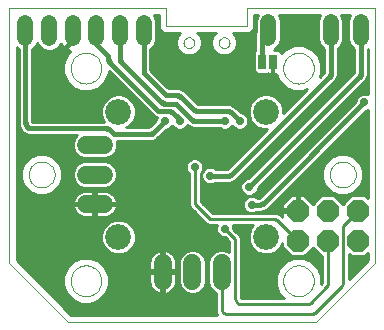
<source format=gtl>
G75*
G70*
%OFA0B0*%
%FSLAX24Y24*%
%IPPOS*%
%LPD*%
%AMOC8*
5,1,8,0,0,1.08239X$1,22.5*
%
%ADD10C,0.0000*%
%ADD11OC8,0.0740*%
%ADD12C,0.0531*%
%ADD13C,0.0860*%
%ADD14C,0.0591*%
%ADD15R,0.0250X0.0500*%
%ADD16C,0.0277*%
%ADD17C,0.0160*%
%ADD18C,0.0100*%
D10*
X000150Y002119D02*
X002119Y000150D01*
X010386Y000150D01*
X012355Y002119D01*
X012355Y010622D01*
X008063Y010622D01*
X008063Y010032D01*
X005386Y010032D01*
X005386Y010622D01*
X000150Y010622D01*
X000150Y002119D01*
X002197Y001528D02*
X002199Y001573D01*
X002205Y001617D01*
X002214Y001661D01*
X002228Y001703D01*
X002245Y001744D01*
X002266Y001784D01*
X002290Y001822D01*
X002317Y001857D01*
X002347Y001890D01*
X002380Y001920D01*
X002415Y001947D01*
X002453Y001971D01*
X002493Y001992D01*
X002534Y002009D01*
X002576Y002023D01*
X002620Y002032D01*
X002664Y002038D01*
X002709Y002040D01*
X002754Y002038D01*
X002798Y002032D01*
X002842Y002023D01*
X002884Y002009D01*
X002925Y001992D01*
X002965Y001971D01*
X003003Y001947D01*
X003038Y001920D01*
X003071Y001890D01*
X003101Y001857D01*
X003128Y001822D01*
X003152Y001784D01*
X003173Y001744D01*
X003190Y001703D01*
X003204Y001661D01*
X003213Y001617D01*
X003219Y001573D01*
X003221Y001528D01*
X003219Y001483D01*
X003213Y001439D01*
X003204Y001395D01*
X003190Y001353D01*
X003173Y001312D01*
X003152Y001272D01*
X003128Y001234D01*
X003101Y001199D01*
X003071Y001166D01*
X003038Y001136D01*
X003003Y001109D01*
X002965Y001085D01*
X002925Y001064D01*
X002884Y001047D01*
X002842Y001033D01*
X002798Y001024D01*
X002754Y001018D01*
X002709Y001016D01*
X002664Y001018D01*
X002620Y001024D01*
X002576Y001033D01*
X002534Y001047D01*
X002493Y001064D01*
X002453Y001085D01*
X002415Y001109D01*
X002380Y001136D01*
X002347Y001166D01*
X002317Y001199D01*
X002290Y001234D01*
X002266Y001272D01*
X002245Y001312D01*
X002228Y001353D01*
X002214Y001395D01*
X002205Y001439D01*
X002199Y001483D01*
X002197Y001528D01*
X000800Y005071D02*
X000802Y005112D01*
X000808Y005153D01*
X000818Y005193D01*
X000831Y005232D01*
X000848Y005269D01*
X000869Y005305D01*
X000893Y005339D01*
X000920Y005370D01*
X000949Y005398D01*
X000982Y005424D01*
X001016Y005446D01*
X001053Y005465D01*
X001091Y005480D01*
X001131Y005492D01*
X001171Y005500D01*
X001212Y005504D01*
X001254Y005504D01*
X001295Y005500D01*
X001335Y005492D01*
X001375Y005480D01*
X001413Y005465D01*
X001449Y005446D01*
X001484Y005424D01*
X001517Y005398D01*
X001546Y005370D01*
X001573Y005339D01*
X001597Y005305D01*
X001618Y005269D01*
X001635Y005232D01*
X001648Y005193D01*
X001658Y005153D01*
X001664Y005112D01*
X001666Y005071D01*
X001664Y005030D01*
X001658Y004989D01*
X001648Y004949D01*
X001635Y004910D01*
X001618Y004873D01*
X001597Y004837D01*
X001573Y004803D01*
X001546Y004772D01*
X001517Y004744D01*
X001484Y004718D01*
X001450Y004696D01*
X001413Y004677D01*
X001375Y004662D01*
X001335Y004650D01*
X001295Y004642D01*
X001254Y004638D01*
X001212Y004638D01*
X001171Y004642D01*
X001131Y004650D01*
X001091Y004662D01*
X001053Y004677D01*
X001017Y004696D01*
X000982Y004718D01*
X000949Y004744D01*
X000920Y004772D01*
X000893Y004803D01*
X000869Y004837D01*
X000848Y004873D01*
X000831Y004910D01*
X000818Y004949D01*
X000808Y004989D01*
X000802Y005030D01*
X000800Y005071D01*
X002197Y008615D02*
X002199Y008660D01*
X002205Y008704D01*
X002214Y008748D01*
X002228Y008790D01*
X002245Y008831D01*
X002266Y008871D01*
X002290Y008909D01*
X002317Y008944D01*
X002347Y008977D01*
X002380Y009007D01*
X002415Y009034D01*
X002453Y009058D01*
X002493Y009079D01*
X002534Y009096D01*
X002576Y009110D01*
X002620Y009119D01*
X002664Y009125D01*
X002709Y009127D01*
X002754Y009125D01*
X002798Y009119D01*
X002842Y009110D01*
X002884Y009096D01*
X002925Y009079D01*
X002965Y009058D01*
X003003Y009034D01*
X003038Y009007D01*
X003071Y008977D01*
X003101Y008944D01*
X003128Y008909D01*
X003152Y008871D01*
X003173Y008831D01*
X003190Y008790D01*
X003204Y008748D01*
X003213Y008704D01*
X003219Y008660D01*
X003221Y008615D01*
X003219Y008570D01*
X003213Y008526D01*
X003204Y008482D01*
X003190Y008440D01*
X003173Y008399D01*
X003152Y008359D01*
X003128Y008321D01*
X003101Y008286D01*
X003071Y008253D01*
X003038Y008223D01*
X003003Y008196D01*
X002965Y008172D01*
X002925Y008151D01*
X002884Y008134D01*
X002842Y008120D01*
X002798Y008111D01*
X002754Y008105D01*
X002709Y008103D01*
X002664Y008105D01*
X002620Y008111D01*
X002576Y008120D01*
X002534Y008134D01*
X002493Y008151D01*
X002453Y008172D01*
X002415Y008196D01*
X002380Y008223D01*
X002347Y008253D01*
X002317Y008286D01*
X002290Y008321D01*
X002266Y008359D01*
X002245Y008399D01*
X002228Y008440D01*
X002214Y008482D01*
X002205Y008526D01*
X002199Y008570D01*
X002197Y008615D01*
X005961Y009465D02*
X005963Y009491D01*
X005969Y009517D01*
X005979Y009542D01*
X005992Y009565D01*
X006008Y009585D01*
X006028Y009603D01*
X006050Y009618D01*
X006073Y009630D01*
X006099Y009638D01*
X006125Y009642D01*
X006151Y009642D01*
X006177Y009638D01*
X006203Y009630D01*
X006227Y009618D01*
X006248Y009603D01*
X006268Y009585D01*
X006284Y009565D01*
X006297Y009542D01*
X006307Y009517D01*
X006313Y009491D01*
X006315Y009465D01*
X006313Y009439D01*
X006307Y009413D01*
X006297Y009388D01*
X006284Y009365D01*
X006268Y009345D01*
X006248Y009327D01*
X006226Y009312D01*
X006203Y009300D01*
X006177Y009292D01*
X006151Y009288D01*
X006125Y009288D01*
X006099Y009292D01*
X006073Y009300D01*
X006049Y009312D01*
X006028Y009327D01*
X006008Y009345D01*
X005992Y009365D01*
X005979Y009388D01*
X005969Y009413D01*
X005963Y009439D01*
X005961Y009465D01*
X007142Y009465D02*
X007144Y009491D01*
X007150Y009517D01*
X007160Y009542D01*
X007173Y009565D01*
X007189Y009585D01*
X007209Y009603D01*
X007231Y009618D01*
X007254Y009630D01*
X007280Y009638D01*
X007306Y009642D01*
X007332Y009642D01*
X007358Y009638D01*
X007384Y009630D01*
X007408Y009618D01*
X007429Y009603D01*
X007449Y009585D01*
X007465Y009565D01*
X007478Y009542D01*
X007488Y009517D01*
X007494Y009491D01*
X007496Y009465D01*
X007494Y009439D01*
X007488Y009413D01*
X007478Y009388D01*
X007465Y009365D01*
X007449Y009345D01*
X007429Y009327D01*
X007407Y009312D01*
X007384Y009300D01*
X007358Y009292D01*
X007332Y009288D01*
X007306Y009288D01*
X007280Y009292D01*
X007254Y009300D01*
X007230Y009312D01*
X007209Y009327D01*
X007189Y009345D01*
X007173Y009365D01*
X007160Y009388D01*
X007150Y009413D01*
X007144Y009439D01*
X007142Y009465D01*
X009284Y008615D02*
X009286Y008660D01*
X009292Y008704D01*
X009301Y008748D01*
X009315Y008790D01*
X009332Y008831D01*
X009353Y008871D01*
X009377Y008909D01*
X009404Y008944D01*
X009434Y008977D01*
X009467Y009007D01*
X009502Y009034D01*
X009540Y009058D01*
X009580Y009079D01*
X009621Y009096D01*
X009663Y009110D01*
X009707Y009119D01*
X009751Y009125D01*
X009796Y009127D01*
X009841Y009125D01*
X009885Y009119D01*
X009929Y009110D01*
X009971Y009096D01*
X010012Y009079D01*
X010052Y009058D01*
X010090Y009034D01*
X010125Y009007D01*
X010158Y008977D01*
X010188Y008944D01*
X010215Y008909D01*
X010239Y008871D01*
X010260Y008831D01*
X010277Y008790D01*
X010291Y008748D01*
X010300Y008704D01*
X010306Y008660D01*
X010308Y008615D01*
X010306Y008570D01*
X010300Y008526D01*
X010291Y008482D01*
X010277Y008440D01*
X010260Y008399D01*
X010239Y008359D01*
X010215Y008321D01*
X010188Y008286D01*
X010158Y008253D01*
X010125Y008223D01*
X010090Y008196D01*
X010052Y008172D01*
X010012Y008151D01*
X009971Y008134D01*
X009929Y008120D01*
X009885Y008111D01*
X009841Y008105D01*
X009796Y008103D01*
X009751Y008105D01*
X009707Y008111D01*
X009663Y008120D01*
X009621Y008134D01*
X009580Y008151D01*
X009540Y008172D01*
X009502Y008196D01*
X009467Y008223D01*
X009434Y008253D01*
X009404Y008286D01*
X009377Y008321D01*
X009353Y008359D01*
X009332Y008399D01*
X009315Y008440D01*
X009301Y008482D01*
X009292Y008526D01*
X009286Y008570D01*
X009284Y008615D01*
X010839Y005071D02*
X010841Y005112D01*
X010847Y005153D01*
X010857Y005193D01*
X010870Y005232D01*
X010887Y005269D01*
X010908Y005305D01*
X010932Y005339D01*
X010959Y005370D01*
X010988Y005398D01*
X011021Y005424D01*
X011055Y005446D01*
X011092Y005465D01*
X011130Y005480D01*
X011170Y005492D01*
X011210Y005500D01*
X011251Y005504D01*
X011293Y005504D01*
X011334Y005500D01*
X011374Y005492D01*
X011414Y005480D01*
X011452Y005465D01*
X011488Y005446D01*
X011523Y005424D01*
X011556Y005398D01*
X011585Y005370D01*
X011612Y005339D01*
X011636Y005305D01*
X011657Y005269D01*
X011674Y005232D01*
X011687Y005193D01*
X011697Y005153D01*
X011703Y005112D01*
X011705Y005071D01*
X011703Y005030D01*
X011697Y004989D01*
X011687Y004949D01*
X011674Y004910D01*
X011657Y004873D01*
X011636Y004837D01*
X011612Y004803D01*
X011585Y004772D01*
X011556Y004744D01*
X011523Y004718D01*
X011489Y004696D01*
X011452Y004677D01*
X011414Y004662D01*
X011374Y004650D01*
X011334Y004642D01*
X011293Y004638D01*
X011251Y004638D01*
X011210Y004642D01*
X011170Y004650D01*
X011130Y004662D01*
X011092Y004677D01*
X011056Y004696D01*
X011021Y004718D01*
X010988Y004744D01*
X010959Y004772D01*
X010932Y004803D01*
X010908Y004837D01*
X010887Y004873D01*
X010870Y004910D01*
X010857Y004949D01*
X010847Y004989D01*
X010841Y005030D01*
X010839Y005071D01*
X009284Y001528D02*
X009286Y001573D01*
X009292Y001617D01*
X009301Y001661D01*
X009315Y001703D01*
X009332Y001744D01*
X009353Y001784D01*
X009377Y001822D01*
X009404Y001857D01*
X009434Y001890D01*
X009467Y001920D01*
X009502Y001947D01*
X009540Y001971D01*
X009580Y001992D01*
X009621Y002009D01*
X009663Y002023D01*
X009707Y002032D01*
X009751Y002038D01*
X009796Y002040D01*
X009841Y002038D01*
X009885Y002032D01*
X009929Y002023D01*
X009971Y002009D01*
X010012Y001992D01*
X010052Y001971D01*
X010090Y001947D01*
X010125Y001920D01*
X010158Y001890D01*
X010188Y001857D01*
X010215Y001822D01*
X010239Y001784D01*
X010260Y001744D01*
X010277Y001703D01*
X010291Y001661D01*
X010300Y001617D01*
X010306Y001573D01*
X010308Y001528D01*
X010306Y001483D01*
X010300Y001439D01*
X010291Y001395D01*
X010277Y001353D01*
X010260Y001312D01*
X010239Y001272D01*
X010215Y001234D01*
X010188Y001199D01*
X010158Y001166D01*
X010125Y001136D01*
X010090Y001109D01*
X010052Y001085D01*
X010012Y001064D01*
X009971Y001047D01*
X009929Y001033D01*
X009885Y001024D01*
X009841Y001018D01*
X009796Y001016D01*
X009751Y001018D01*
X009707Y001024D01*
X009663Y001033D01*
X009621Y001047D01*
X009580Y001064D01*
X009540Y001085D01*
X009502Y001109D01*
X009467Y001136D01*
X009434Y001166D01*
X009404Y001199D01*
X009377Y001234D01*
X009353Y001272D01*
X009332Y001312D01*
X009315Y001353D01*
X009301Y001395D01*
X009292Y001439D01*
X009286Y001483D01*
X009284Y001528D01*
D11*
X009776Y002867D03*
X010776Y002867D03*
X011776Y002867D03*
X011776Y003867D03*
X010776Y003867D03*
X009776Y003867D03*
D12*
X008784Y009609D02*
X008784Y010140D01*
X010870Y010140D02*
X010870Y009609D01*
X011870Y009609D02*
X011870Y010140D01*
X004630Y010136D02*
X004630Y009605D01*
X003843Y009605D02*
X003843Y010136D01*
X003056Y010136D02*
X003056Y009605D01*
X002268Y009605D02*
X002268Y010136D01*
X001481Y010136D02*
X001481Y009605D01*
X000693Y009605D02*
X000693Y010136D01*
D13*
X003792Y007158D03*
X003792Y002985D03*
X008713Y002985D03*
X008713Y007158D03*
D14*
X003300Y006056D02*
X002709Y006056D01*
X002709Y005071D02*
X003300Y005071D01*
X003300Y004087D02*
X002709Y004087D01*
X005268Y002119D02*
X005268Y001528D01*
X006252Y001528D02*
X006252Y002119D01*
X007237Y002119D02*
X007237Y001528D01*
D15*
X008582Y008837D03*
X008937Y008837D03*
D16*
X008516Y008244D03*
X007831Y006851D03*
X007331Y006851D03*
X005831Y006851D03*
X005331Y006855D03*
X006292Y008142D03*
X008556Y005563D03*
X008150Y004650D03*
X008231Y004067D03*
X007331Y003268D03*
X008516Y001863D03*
X011685Y001961D03*
X011587Y005859D03*
X010579Y006587D03*
X010048Y007052D03*
X011993Y007481D03*
X011374Y009048D03*
X009973Y010233D03*
X007229Y005386D03*
X006843Y005032D03*
X006331Y005323D03*
X005839Y005071D03*
X005004Y005091D03*
X004453Y004737D03*
X001370Y001863D03*
X004126Y000839D03*
X001075Y007040D03*
X001754Y009048D03*
D17*
X002210Y009504D01*
X002268Y009643D02*
X002268Y009870D01*
X002268Y009643D02*
X002266Y009617D01*
X002261Y009592D01*
X002253Y009568D01*
X002242Y009544D01*
X002227Y009523D01*
X002210Y009504D01*
X003056Y009410D02*
X003399Y009066D01*
X003416Y009047D01*
X003431Y009026D01*
X003442Y009002D01*
X003450Y008978D01*
X003455Y008953D01*
X003457Y008927D01*
X003511Y008797D02*
X005073Y007235D01*
X005212Y007178D02*
X005482Y007178D01*
X005620Y007434D02*
X005646Y007432D01*
X005671Y007427D01*
X005695Y007419D01*
X005719Y007408D01*
X005740Y007393D01*
X005759Y007376D01*
X006226Y006908D01*
X006365Y006851D02*
X007331Y006851D01*
X007403Y007197D02*
X007429Y007195D01*
X007454Y007190D01*
X007478Y007182D01*
X007502Y007171D01*
X007523Y007156D01*
X007542Y007139D01*
X007542Y007140D02*
X007831Y006851D01*
X007403Y007197D02*
X006413Y007197D01*
X006273Y007255D02*
X005877Y007651D01*
X005738Y007709D02*
X005468Y007709D01*
X005350Y007433D02*
X005324Y007435D01*
X005299Y007440D01*
X005275Y007448D01*
X005251Y007459D01*
X005230Y007474D01*
X005211Y007491D01*
X005210Y007491D02*
X003901Y008801D01*
X003843Y008940D02*
X003843Y009870D01*
X003056Y009870D02*
X003056Y009410D01*
X003457Y008927D02*
X003459Y008903D01*
X003463Y008880D01*
X003471Y008857D01*
X003482Y008835D01*
X003495Y008816D01*
X003511Y008798D01*
X003843Y008940D02*
X003845Y008914D01*
X003850Y008889D01*
X003858Y008865D01*
X003869Y008841D01*
X003884Y008820D01*
X003901Y008801D01*
X004630Y008546D02*
X004630Y009870D01*
X004630Y008546D02*
X004632Y008520D01*
X004637Y008495D01*
X004645Y008471D01*
X004656Y008447D01*
X004671Y008426D01*
X004688Y008407D01*
X005329Y007767D01*
X005348Y007750D01*
X005369Y007735D01*
X005393Y007724D01*
X005417Y007716D01*
X005442Y007711D01*
X005468Y007709D01*
X005738Y007709D02*
X005764Y007707D01*
X005789Y007702D01*
X005813Y007694D01*
X005837Y007683D01*
X005858Y007668D01*
X005877Y007651D01*
X005620Y007433D02*
X005350Y007433D01*
X005212Y007177D02*
X005186Y007179D01*
X005161Y007184D01*
X005137Y007192D01*
X005113Y007203D01*
X005092Y007218D01*
X005073Y007235D01*
X005331Y006855D02*
X004944Y006467D01*
X004805Y006410D02*
X003735Y006410D01*
X003596Y006467D02*
X003515Y006549D01*
X003596Y006468D02*
X003615Y006451D01*
X003636Y006436D01*
X003660Y006425D01*
X003684Y006417D01*
X003709Y006412D01*
X003735Y006410D01*
X003515Y006549D02*
X003496Y006566D01*
X003475Y006581D01*
X003451Y006592D01*
X003427Y006600D01*
X003402Y006605D01*
X003376Y006607D01*
X000890Y006607D01*
X000864Y006609D01*
X000839Y006614D01*
X000815Y006622D01*
X000791Y006633D01*
X000770Y006648D01*
X000751Y006665D01*
X000734Y006684D01*
X000719Y006706D01*
X000708Y006729D01*
X000700Y006753D01*
X000695Y006778D01*
X000693Y006804D01*
X000693Y009870D01*
X004805Y006410D02*
X004831Y006412D01*
X004856Y006417D01*
X004880Y006425D01*
X004904Y006436D01*
X004925Y006451D01*
X004944Y006468D01*
X005482Y007178D02*
X005508Y007176D01*
X005533Y007171D01*
X005557Y007163D01*
X005581Y007152D01*
X005602Y007137D01*
X005621Y007120D01*
X005831Y006910D01*
X005831Y006851D01*
X006226Y006909D02*
X006245Y006892D01*
X006266Y006877D01*
X006290Y006866D01*
X006314Y006858D01*
X006339Y006853D01*
X006365Y006851D01*
X006413Y007197D02*
X006387Y007199D01*
X006362Y007204D01*
X006338Y007212D01*
X006314Y007223D01*
X006293Y007238D01*
X006274Y007255D01*
X007450Y005032D02*
X007476Y005034D01*
X007501Y005039D01*
X007525Y005047D01*
X007549Y005058D01*
X007570Y005073D01*
X007589Y005090D01*
X007590Y005090D02*
X010813Y008313D01*
X010870Y008452D02*
X010870Y009874D01*
X011870Y009874D02*
X011870Y008452D01*
X011813Y008313D02*
X008150Y004650D01*
X008498Y004067D02*
X008524Y004069D01*
X008549Y004074D01*
X008573Y004082D01*
X008597Y004093D01*
X008618Y004108D01*
X008637Y004125D01*
X011993Y007481D01*
X011813Y008313D02*
X011830Y008332D01*
X011845Y008353D01*
X011856Y008377D01*
X011864Y008401D01*
X011869Y008426D01*
X011871Y008452D01*
X010871Y008452D02*
X010869Y008426D01*
X010864Y008401D01*
X010856Y008377D01*
X010845Y008353D01*
X010830Y008332D01*
X010813Y008313D01*
X008779Y009875D02*
X008753Y009873D01*
X008728Y009868D01*
X008704Y009860D01*
X008681Y009849D01*
X008659Y009834D01*
X008640Y009817D01*
X008623Y009798D01*
X008608Y009777D01*
X008597Y009753D01*
X008589Y009729D01*
X008584Y009704D01*
X008582Y009678D01*
X008582Y008837D01*
X008779Y009874D02*
X008784Y009874D01*
X007450Y005032D02*
X006843Y005032D01*
X008231Y004067D02*
X008498Y004067D01*
X008422Y004067D02*
X008231Y004067D01*
X008419Y004067D01*
D18*
X002006Y001234D02*
X001389Y001234D01*
X001290Y001332D02*
X001966Y001332D01*
X001947Y001376D02*
X002063Y001096D01*
X002278Y000882D01*
X002558Y000766D01*
X002861Y000766D01*
X003141Y000882D01*
X003355Y001096D01*
X003471Y001376D01*
X003471Y001679D01*
X003355Y001959D01*
X003141Y002174D01*
X002861Y002290D01*
X002558Y002290D01*
X002278Y002174D01*
X002063Y001959D01*
X001947Y001679D01*
X001947Y001376D01*
X001947Y001431D02*
X001192Y001431D01*
X001093Y001529D02*
X001947Y001529D01*
X001947Y001628D02*
X000995Y001628D01*
X000896Y001726D02*
X001967Y001726D01*
X002007Y001825D02*
X000798Y001825D01*
X000699Y001923D02*
X002048Y001923D01*
X002125Y002022D02*
X000601Y002022D01*
X000502Y002120D02*
X002224Y002120D01*
X002385Y002219D02*
X000404Y002219D01*
X000400Y002222D02*
X000400Y009310D01*
X000458Y009252D01*
X000463Y009250D01*
X000463Y006689D01*
X000578Y006491D01*
X000776Y006377D01*
X002401Y006377D01*
X002332Y006308D01*
X002264Y006144D01*
X002264Y005967D01*
X002332Y005803D01*
X002457Y005678D01*
X002620Y005610D01*
X003388Y005610D01*
X003552Y005678D01*
X003677Y005803D01*
X003745Y005967D01*
X003745Y006144D01*
X003730Y006180D01*
X004900Y006180D01*
X004907Y006187D01*
X005029Y006237D01*
X005039Y006237D01*
X005046Y006245D01*
X005046Y006245D01*
X005107Y006305D01*
X005173Y006371D01*
X005368Y006566D01*
X005389Y006566D01*
X005495Y006610D01*
X005576Y006691D01*
X005580Y006702D01*
X005586Y006687D01*
X005668Y006606D01*
X005774Y006562D01*
X005889Y006562D01*
X005995Y006606D01*
X006076Y006687D01*
X006089Y006720D01*
X006124Y006686D01*
X006131Y006678D01*
X006141Y006678D01*
X006263Y006628D01*
X006270Y006621D01*
X007153Y006621D01*
X007168Y006606D01*
X007274Y006562D01*
X007389Y006562D01*
X007495Y006606D01*
X007576Y006687D01*
X007581Y006700D01*
X007586Y006687D01*
X007668Y006606D01*
X007774Y006562D01*
X007889Y006562D01*
X007995Y006606D01*
X008076Y006687D01*
X008120Y006793D01*
X008120Y006908D01*
X008076Y007014D01*
X007995Y007096D01*
X007889Y007140D01*
X007868Y007140D01*
X007767Y007240D01*
X007705Y007302D01*
X007645Y007362D01*
X007645Y007362D01*
X007638Y007370D01*
X007627Y007370D01*
X007506Y007420D01*
X007498Y007427D01*
X006426Y007427D01*
X006369Y007485D01*
X006102Y007752D01*
X006040Y007814D01*
X005980Y007874D01*
X005980Y007874D01*
X005972Y007881D01*
X005962Y007881D01*
X005840Y007932D01*
X005833Y007939D01*
X005481Y007939D01*
X005424Y007997D01*
X004917Y008504D01*
X004860Y008560D01*
X004860Y009250D01*
X004866Y009252D01*
X004983Y009369D01*
X005046Y009522D01*
X005046Y010219D01*
X004983Y010372D01*
X004982Y010372D01*
X005136Y010372D01*
X005136Y009982D01*
X005174Y009890D01*
X005245Y009820D01*
X005336Y009782D01*
X005851Y009782D01*
X005776Y009707D01*
X005711Y009550D01*
X005711Y009380D01*
X005776Y009223D01*
X005896Y009103D01*
X006053Y009038D01*
X006223Y009038D01*
X006380Y009103D01*
X006500Y009223D01*
X006565Y009380D01*
X006565Y009550D01*
X006500Y009707D01*
X006425Y009782D01*
X007032Y009782D01*
X006957Y009707D01*
X006892Y009550D01*
X006892Y009380D01*
X006957Y009223D01*
X007077Y009103D01*
X007234Y009038D01*
X007404Y009038D01*
X007561Y009103D01*
X007681Y009223D01*
X007746Y009380D01*
X007746Y009550D01*
X007681Y009707D01*
X007606Y009782D01*
X008113Y009782D01*
X008205Y009820D01*
X008275Y009890D01*
X008313Y009982D01*
X008313Y010372D01*
X008430Y010372D01*
X008368Y010223D01*
X008368Y009819D01*
X008352Y009792D01*
X008352Y009194D01*
X008307Y009149D01*
X008307Y008524D01*
X008395Y008437D01*
X008769Y008437D01*
X008774Y008441D01*
X008792Y008437D01*
X008924Y008437D01*
X008924Y008824D01*
X008949Y008824D01*
X008949Y008437D01*
X009045Y008437D01*
X009150Y008183D01*
X009364Y007969D01*
X009644Y007853D01*
X009947Y007853D01*
X010084Y007910D01*
X009293Y007118D01*
X009293Y007273D01*
X009205Y007486D01*
X009042Y007650D01*
X008828Y007738D01*
X008598Y007738D01*
X008384Y007650D01*
X008221Y007486D01*
X008133Y007273D01*
X008133Y007043D01*
X008221Y006829D01*
X008384Y006666D01*
X008598Y006578D01*
X008753Y006578D01*
X007494Y005320D01*
X007437Y005262D01*
X007021Y005262D01*
X007006Y005277D01*
X006900Y005321D01*
X006785Y005321D01*
X006679Y005277D01*
X006598Y005195D01*
X006554Y005089D01*
X006554Y004974D01*
X006598Y004868D01*
X006679Y004787D01*
X006785Y004743D01*
X006900Y004743D01*
X007006Y004787D01*
X007021Y004802D01*
X007546Y004802D01*
X007553Y004809D01*
X007674Y004860D01*
X007685Y004860D01*
X007692Y004867D01*
X007692Y004867D01*
X007692Y004867D01*
X007752Y004927D01*
X007820Y004994D01*
X010908Y008083D01*
X010908Y008083D01*
X010975Y008150D01*
X010975Y008150D01*
X011035Y008210D01*
X011035Y008210D01*
X011035Y008210D01*
X011043Y008218D01*
X011043Y008228D01*
X011093Y008349D01*
X011100Y008357D01*
X011100Y009254D01*
X011106Y009256D01*
X011223Y009373D01*
X011286Y009526D01*
X011286Y010223D01*
X011224Y010372D01*
X011517Y010372D01*
X011455Y010223D01*
X011455Y009526D01*
X011518Y009373D01*
X011635Y009256D01*
X011640Y009254D01*
X011640Y008466D01*
X011583Y008408D01*
X008113Y004939D01*
X008093Y004939D01*
X007986Y004895D01*
X007905Y004814D01*
X007861Y004707D01*
X007861Y004593D01*
X007905Y004486D01*
X007986Y004405D01*
X008093Y004361D01*
X008207Y004361D01*
X008314Y004405D01*
X008395Y004486D01*
X008439Y004593D01*
X008439Y004613D01*
X011908Y008083D01*
X011975Y008150D01*
X011975Y008150D01*
X012035Y008210D01*
X012035Y008210D01*
X012043Y008218D01*
X012043Y008228D01*
X012093Y008349D01*
X012100Y008357D01*
X012100Y009254D01*
X012105Y009256D01*
X012105Y007747D01*
X012050Y007769D01*
X011935Y007769D01*
X011829Y007725D01*
X011748Y007644D01*
X011704Y007538D01*
X011704Y007517D01*
X008511Y004324D01*
X008484Y004297D01*
X008410Y004297D01*
X008395Y004312D01*
X008289Y004356D01*
X008174Y004356D01*
X008068Y004312D01*
X007987Y004231D01*
X007943Y004125D01*
X007943Y004010D01*
X007987Y003904D01*
X008068Y003823D01*
X008174Y003779D01*
X008289Y003779D01*
X008395Y003823D01*
X008410Y003837D01*
X008593Y003837D01*
X008600Y003845D01*
X008722Y003895D01*
X008732Y003895D01*
X008739Y003902D01*
X008799Y003962D01*
X008799Y003962D01*
X008836Y003999D01*
X012029Y007192D01*
X012050Y007192D01*
X012105Y007215D01*
X012105Y004273D01*
X011991Y004387D01*
X011561Y004387D01*
X011276Y004102D01*
X010991Y004387D01*
X010561Y004387D01*
X010276Y004102D01*
X009991Y004387D01*
X009824Y004387D01*
X009824Y003915D01*
X009728Y003915D01*
X009728Y004387D01*
X009561Y004387D01*
X009256Y004082D01*
X009256Y003915D01*
X009728Y003915D01*
X009728Y003818D01*
X009256Y003818D01*
X009256Y003669D01*
X009211Y003715D01*
X009208Y003718D01*
X009204Y003718D01*
X009071Y003772D01*
X009069Y003775D01*
X006945Y003775D01*
X006589Y004132D01*
X006533Y004188D01*
X006531Y004190D01*
X006531Y005115D01*
X006576Y005160D01*
X006620Y005266D01*
X006620Y005381D01*
X006576Y005487D01*
X006495Y005568D01*
X006389Y005612D01*
X006274Y005612D01*
X006168Y005568D01*
X006086Y005487D01*
X006042Y005381D01*
X006042Y005266D01*
X006086Y005160D01*
X006131Y005115D01*
X006131Y004105D01*
X006134Y004103D01*
X006189Y003970D01*
X006189Y003966D01*
X006192Y003963D01*
X006251Y003904D01*
X006306Y003849D01*
X006722Y003433D01*
X006726Y003433D01*
X006859Y003378D01*
X006861Y003375D01*
X007063Y003375D01*
X007042Y003326D01*
X007042Y003211D01*
X007086Y003105D01*
X004370Y003105D01*
X004372Y003100D02*
X004283Y003313D01*
X004120Y003476D01*
X003907Y003565D01*
X003676Y003565D01*
X003463Y003476D01*
X003300Y003313D01*
X003212Y003100D01*
X003212Y002869D01*
X003300Y002656D01*
X003463Y002493D01*
X003676Y002405D01*
X003907Y002405D01*
X004120Y002493D01*
X004283Y002656D01*
X004372Y002869D01*
X004372Y003100D01*
X004372Y003007D02*
X007208Y003007D01*
X007168Y003023D02*
X007274Y002979D01*
X007337Y002979D01*
X007432Y002885D01*
X007489Y002827D01*
X007489Y002495D01*
X007489Y002496D01*
X007325Y002564D01*
X007148Y002564D01*
X006984Y002496D01*
X006859Y002371D01*
X006791Y002207D01*
X006791Y001439D01*
X006859Y001276D01*
X006984Y001150D01*
X007037Y001129D01*
X007037Y000487D01*
X007087Y000400D01*
X002222Y000400D01*
X000400Y002222D01*
X000400Y002317D02*
X004870Y002317D01*
X004855Y002289D02*
X004834Y002223D01*
X004823Y002154D01*
X004823Y001872D01*
X005220Y001872D01*
X005220Y002562D01*
X005164Y002553D01*
X005097Y002531D01*
X005035Y002499D01*
X004978Y002458D01*
X004928Y002409D01*
X004887Y002352D01*
X004855Y002289D01*
X004833Y002219D02*
X003033Y002219D01*
X003194Y002120D02*
X004823Y002120D01*
X004823Y002022D02*
X003293Y002022D01*
X003370Y001923D02*
X004823Y001923D01*
X004823Y001775D02*
X004823Y001493D01*
X004834Y001424D01*
X004855Y001357D01*
X004887Y001295D01*
X004928Y001238D01*
X004978Y001188D01*
X005035Y001147D01*
X005097Y001115D01*
X005164Y001094D01*
X005220Y001085D01*
X005220Y001775D01*
X005317Y001775D01*
X005317Y001872D01*
X005713Y001872D01*
X005713Y002154D01*
X005702Y002223D01*
X005681Y002289D01*
X005649Y002352D01*
X005608Y002409D01*
X005558Y002458D01*
X005501Y002499D01*
X005439Y002531D01*
X005372Y002553D01*
X005317Y002562D01*
X005317Y001872D01*
X005220Y001872D01*
X005220Y001775D01*
X004823Y001775D01*
X004823Y001726D02*
X003452Y001726D01*
X003471Y001628D02*
X004823Y001628D01*
X004823Y001529D02*
X003471Y001529D01*
X003471Y001431D02*
X004833Y001431D01*
X004868Y001332D02*
X003452Y001332D01*
X003412Y001234D02*
X004933Y001234D01*
X005059Y001135D02*
X003371Y001135D01*
X003295Y001037D02*
X007037Y001037D01*
X007037Y000938D02*
X003196Y000938D01*
X003038Y000840D02*
X007037Y000840D01*
X007037Y000741D02*
X001881Y000741D01*
X001783Y000840D02*
X002380Y000840D01*
X002222Y000938D02*
X001684Y000938D01*
X001586Y001037D02*
X002123Y001037D01*
X002047Y001135D02*
X001487Y001135D01*
X001980Y000643D02*
X007037Y000643D01*
X007037Y000544D02*
X002078Y000544D01*
X002177Y000446D02*
X007061Y000446D01*
X007237Y000583D02*
X007237Y001823D01*
X006791Y001825D02*
X006698Y001825D01*
X006698Y001923D02*
X006791Y001923D01*
X006791Y002022D02*
X006698Y002022D01*
X006698Y002120D02*
X006791Y002120D01*
X006796Y002219D02*
X006693Y002219D01*
X006698Y002207D02*
X006630Y002371D01*
X006505Y002496D01*
X006341Y002564D01*
X006164Y002564D01*
X006000Y002496D01*
X005875Y002371D01*
X005807Y002207D01*
X005807Y001439D01*
X005875Y001276D01*
X006000Y001150D01*
X006164Y001083D01*
X006341Y001083D01*
X006505Y001150D01*
X006630Y001276D01*
X006698Y001439D01*
X006698Y002207D01*
X006652Y002317D02*
X006837Y002317D01*
X006904Y002416D02*
X006585Y002416D01*
X006461Y002514D02*
X007028Y002514D01*
X007445Y002514D02*
X007489Y002514D01*
X007489Y002613D02*
X004240Y002613D01*
X004306Y002711D02*
X007489Y002711D01*
X007489Y002810D02*
X004347Y002810D01*
X004372Y002908D02*
X007408Y002908D01*
X007632Y002967D02*
X007649Y002948D01*
X007664Y002927D01*
X007675Y002903D01*
X007683Y002879D01*
X007688Y002854D01*
X007690Y002828D01*
X007689Y002828D02*
X007689Y000937D01*
X007691Y000911D01*
X007696Y000886D01*
X007704Y000862D01*
X007715Y000839D01*
X007730Y000817D01*
X007747Y000798D01*
X007766Y000781D01*
X007788Y000766D01*
X007811Y000755D01*
X007835Y000747D01*
X007860Y000742D01*
X007886Y000740D01*
X007886Y000741D02*
X010068Y000741D01*
X010208Y000798D02*
X010718Y001309D01*
X010776Y001448D02*
X010776Y002867D01*
X010393Y002514D02*
X010159Y002514D01*
X010257Y002613D02*
X010295Y002613D01*
X010276Y002631D02*
X010561Y002347D01*
X010576Y002347D01*
X010576Y001449D01*
X010557Y001431D01*
X010557Y001679D01*
X010442Y001959D01*
X010227Y002174D01*
X009947Y002290D01*
X009644Y002290D01*
X009364Y002174D01*
X009150Y001959D01*
X009034Y001679D01*
X009034Y001376D01*
X009150Y001096D01*
X009306Y000941D01*
X007889Y000941D01*
X007889Y002911D01*
X007887Y002914D01*
X007832Y003046D01*
X007832Y003050D01*
X007829Y003053D01*
X007773Y003109D01*
X007715Y003167D01*
X007620Y003262D01*
X007620Y003326D01*
X007599Y003375D01*
X008283Y003375D01*
X008221Y003313D01*
X008133Y003100D01*
X008133Y002869D01*
X008221Y002656D01*
X008384Y002493D01*
X008598Y002405D01*
X008828Y002405D01*
X009042Y002493D01*
X009205Y002656D01*
X009256Y002780D01*
X009256Y002651D01*
X009561Y002347D01*
X009991Y002347D01*
X010276Y002631D01*
X010060Y002416D02*
X010492Y002416D01*
X010576Y002317D02*
X007889Y002317D01*
X007889Y002219D02*
X009472Y002219D01*
X009310Y002120D02*
X007889Y002120D01*
X007889Y002022D02*
X009212Y002022D01*
X009135Y001923D02*
X007889Y001923D01*
X007889Y001825D02*
X009094Y001825D01*
X009053Y001726D02*
X007889Y001726D01*
X007889Y001628D02*
X009034Y001628D01*
X009034Y001529D02*
X007889Y001529D01*
X007889Y001431D02*
X009034Y001431D01*
X009052Y001332D02*
X007889Y001332D01*
X007889Y001234D02*
X009093Y001234D01*
X009134Y001135D02*
X007889Y001135D01*
X007889Y001037D02*
X009210Y001037D01*
X010068Y000740D02*
X010094Y000742D01*
X010119Y000747D01*
X010143Y000755D01*
X010167Y000766D01*
X010188Y000781D01*
X010207Y000798D01*
X010365Y000483D02*
X010346Y000466D01*
X010325Y000451D01*
X010301Y000440D01*
X010277Y000432D01*
X010252Y000427D01*
X010226Y000425D01*
X010226Y000426D02*
X007394Y000426D01*
X007372Y000428D01*
X007350Y000432D01*
X007329Y000440D01*
X007309Y000451D01*
X007291Y000464D01*
X007275Y000480D01*
X007262Y000498D01*
X007251Y000518D01*
X007243Y000539D01*
X007239Y000561D01*
X007237Y000583D01*
X007022Y001135D02*
X006467Y001135D01*
X006588Y001234D02*
X006901Y001234D01*
X006836Y001332D02*
X006653Y001332D01*
X006694Y001431D02*
X006795Y001431D01*
X006791Y001529D02*
X006698Y001529D01*
X006698Y001628D02*
X006791Y001628D01*
X006791Y001726D02*
X006698Y001726D01*
X006037Y001135D02*
X005478Y001135D01*
X005501Y001147D02*
X005558Y001188D01*
X005608Y001238D01*
X005649Y001295D01*
X005681Y001357D01*
X005702Y001424D01*
X005713Y001493D01*
X005713Y001775D01*
X005317Y001775D01*
X005317Y001085D01*
X005372Y001094D01*
X005439Y001115D01*
X005501Y001147D01*
X005603Y001234D02*
X005917Y001234D01*
X005852Y001332D02*
X005668Y001332D01*
X005704Y001431D02*
X005811Y001431D01*
X005807Y001529D02*
X005713Y001529D01*
X005713Y001628D02*
X005807Y001628D01*
X005807Y001726D02*
X005713Y001726D01*
X005807Y001825D02*
X005317Y001825D01*
X005220Y001825D02*
X003411Y001825D01*
X003650Y002416D02*
X000400Y002416D01*
X000400Y002514D02*
X003442Y002514D01*
X003344Y002613D02*
X000400Y002613D01*
X000400Y002711D02*
X003277Y002711D01*
X003236Y002810D02*
X000400Y002810D01*
X000400Y002908D02*
X003212Y002908D01*
X003212Y003007D02*
X000400Y003007D01*
X000400Y003105D02*
X003214Y003105D01*
X003255Y003204D02*
X000400Y003204D01*
X000400Y003302D02*
X003295Y003302D01*
X003387Y003401D02*
X000400Y003401D01*
X000400Y003499D02*
X003518Y003499D01*
X003471Y003674D02*
X003533Y003706D01*
X003590Y003747D01*
X003639Y003797D01*
X003680Y003854D01*
X003712Y003916D01*
X003734Y003983D01*
X003743Y004039D01*
X003053Y004039D01*
X003053Y004135D01*
X003743Y004135D01*
X003734Y004191D01*
X003712Y004258D01*
X003680Y004320D01*
X003639Y004377D01*
X003590Y004427D01*
X003533Y004468D01*
X003471Y004500D01*
X003404Y004521D01*
X003335Y004532D01*
X003053Y004532D01*
X003053Y004135D01*
X002956Y004135D01*
X002956Y004039D01*
X002266Y004039D01*
X002275Y003983D01*
X002296Y003916D01*
X002328Y003854D01*
X002369Y003797D01*
X002419Y003747D01*
X002476Y003706D01*
X002538Y003674D01*
X002605Y003653D01*
X002674Y003642D01*
X002956Y003642D01*
X002956Y004039D01*
X003053Y004039D01*
X003053Y003642D01*
X003335Y003642D01*
X003404Y003653D01*
X003471Y003674D01*
X003513Y003696D02*
X006459Y003696D01*
X006557Y003598D02*
X000400Y003598D01*
X000400Y003696D02*
X002496Y003696D01*
X002372Y003795D02*
X000400Y003795D01*
X000400Y003893D02*
X002308Y003893D01*
X002273Y003992D02*
X000400Y003992D01*
X000400Y004090D02*
X002956Y004090D01*
X002956Y004135D02*
X002266Y004135D01*
X002275Y004191D01*
X002296Y004258D01*
X002328Y004320D01*
X002369Y004377D01*
X002419Y004427D01*
X002476Y004468D01*
X002538Y004500D01*
X002605Y004521D01*
X002674Y004532D01*
X002956Y004532D01*
X002956Y004135D01*
X002956Y004189D02*
X003053Y004189D01*
X003053Y004287D02*
X002956Y004287D01*
X002956Y004386D02*
X003053Y004386D01*
X003053Y004484D02*
X002956Y004484D01*
X002620Y004626D02*
X003388Y004626D01*
X003552Y004694D01*
X003677Y004819D01*
X003745Y004983D01*
X003745Y005160D01*
X003677Y005323D01*
X003552Y005449D01*
X003388Y005517D01*
X002620Y005517D01*
X002457Y005449D01*
X002332Y005323D01*
X002264Y005160D01*
X002264Y004983D01*
X002332Y004819D01*
X002457Y004694D01*
X002620Y004626D01*
X002488Y004681D02*
X001808Y004681D01*
X001812Y004684D02*
X001916Y004935D01*
X001916Y005207D01*
X001812Y005458D01*
X001620Y005650D01*
X001369Y005754D01*
X001097Y005754D01*
X000846Y005650D01*
X000654Y005458D01*
X000550Y005207D01*
X000550Y004935D01*
X000654Y004684D01*
X000846Y004492D01*
X001097Y004388D01*
X001369Y004388D01*
X001620Y004492D01*
X001812Y004684D01*
X001851Y004780D02*
X002371Y004780D01*
X002307Y004878D02*
X001892Y004878D01*
X001916Y004977D02*
X002266Y004977D01*
X002264Y005075D02*
X001916Y005075D01*
X001916Y005174D02*
X002269Y005174D01*
X002310Y005272D02*
X001889Y005272D01*
X001848Y005371D02*
X002379Y005371D01*
X002506Y005469D02*
X001801Y005469D01*
X001702Y005568D02*
X006167Y005568D01*
X006079Y005469D02*
X003503Y005469D01*
X003630Y005371D02*
X006042Y005371D01*
X006042Y005272D02*
X003698Y005272D01*
X003739Y005174D02*
X006081Y005174D01*
X006131Y005075D02*
X003745Y005075D01*
X003742Y004977D02*
X006131Y004977D01*
X006131Y004878D02*
X003702Y004878D01*
X003638Y004780D02*
X006131Y004780D01*
X006131Y004681D02*
X003521Y004681D01*
X003501Y004484D02*
X006131Y004484D01*
X006131Y004386D02*
X003631Y004386D01*
X003697Y004287D02*
X006131Y004287D01*
X006131Y004189D02*
X003734Y004189D01*
X003735Y003992D02*
X006180Y003992D01*
X006139Y004090D02*
X003053Y004090D01*
X003053Y003992D02*
X002956Y003992D01*
X002956Y003893D02*
X003053Y003893D01*
X003053Y003795D02*
X002956Y003795D01*
X002956Y003696D02*
X003053Y003696D01*
X003637Y003795D02*
X006360Y003795D01*
X006262Y003893D02*
X003701Y003893D01*
X004066Y003499D02*
X006656Y003499D01*
X006804Y003401D02*
X004196Y003401D01*
X004288Y003302D02*
X007042Y003302D01*
X007045Y003204D02*
X004329Y003204D01*
X004141Y002514D02*
X005064Y002514D01*
X005220Y002514D02*
X005317Y002514D01*
X005317Y002416D02*
X005220Y002416D01*
X005220Y002317D02*
X005317Y002317D01*
X005317Y002219D02*
X005220Y002219D01*
X005220Y002120D02*
X005317Y002120D01*
X005317Y002022D02*
X005220Y002022D01*
X005220Y001923D02*
X005317Y001923D01*
X005317Y001726D02*
X005220Y001726D01*
X005220Y001628D02*
X005317Y001628D01*
X005317Y001529D02*
X005220Y001529D01*
X005220Y001431D02*
X005317Y001431D01*
X005317Y001332D02*
X005220Y001332D01*
X005220Y001234D02*
X005317Y001234D01*
X005317Y001135D02*
X005220Y001135D01*
X005713Y001923D02*
X005807Y001923D01*
X005807Y002022D02*
X005713Y002022D01*
X005713Y002120D02*
X005807Y002120D01*
X005812Y002219D02*
X005703Y002219D01*
X005667Y002317D02*
X005853Y002317D01*
X005920Y002416D02*
X005601Y002416D01*
X005473Y002514D02*
X006044Y002514D01*
X007086Y003105D02*
X007168Y003023D01*
X007331Y003268D02*
X007632Y002967D01*
X007777Y003105D02*
X008135Y003105D01*
X008133Y003007D02*
X007848Y003007D01*
X007889Y002908D02*
X008133Y002908D01*
X008158Y002810D02*
X007889Y002810D01*
X007889Y002711D02*
X008199Y002711D01*
X008265Y002613D02*
X007889Y002613D01*
X007889Y002514D02*
X008363Y002514D01*
X008571Y002416D02*
X007889Y002416D01*
X007679Y003204D02*
X008176Y003204D01*
X008217Y003302D02*
X007620Y003302D01*
X007997Y003893D02*
X006828Y003893D01*
X006926Y003795D02*
X008135Y003795D01*
X008327Y003795D02*
X009256Y003795D01*
X009256Y003696D02*
X009229Y003696D01*
X009125Y003518D02*
X009776Y002867D01*
X009393Y002514D02*
X009063Y002514D01*
X009161Y002613D02*
X009295Y002613D01*
X009256Y002711D02*
X009227Y002711D01*
X009492Y002416D02*
X008855Y002416D01*
X009125Y003517D02*
X009106Y003534D01*
X009085Y003549D01*
X009061Y003560D01*
X009037Y003568D01*
X009012Y003573D01*
X008986Y003575D01*
X006944Y003575D01*
X006805Y003633D02*
X006389Y004049D01*
X006331Y004188D02*
X006331Y005323D01*
X006583Y005469D02*
X007644Y005469D01*
X007742Y005568D02*
X006495Y005568D01*
X006620Y005371D02*
X007545Y005371D01*
X007494Y005320D02*
X007494Y005320D01*
X007447Y005272D02*
X007011Y005272D01*
X006675Y005272D02*
X006620Y005272D01*
X006589Y005174D02*
X006582Y005174D01*
X006554Y005075D02*
X006531Y005075D01*
X006531Y004977D02*
X006554Y004977D01*
X006531Y004878D02*
X006594Y004878D01*
X006531Y004780D02*
X006698Y004780D01*
X006531Y004681D02*
X007861Y004681D01*
X007865Y004583D02*
X006531Y004583D01*
X006531Y004484D02*
X007908Y004484D01*
X008034Y004386D02*
X006531Y004386D01*
X006531Y004287D02*
X008043Y004287D01*
X007969Y004189D02*
X006532Y004189D01*
X006389Y004049D02*
X006372Y004068D01*
X006357Y004089D01*
X006346Y004113D01*
X006338Y004137D01*
X006333Y004162D01*
X006331Y004188D01*
X006631Y004090D02*
X007943Y004090D01*
X007950Y003992D02*
X006729Y003992D01*
X006805Y003633D02*
X006824Y003616D01*
X006845Y003601D01*
X006869Y003590D01*
X006893Y003582D01*
X006918Y003577D01*
X006944Y003575D01*
X006131Y004583D02*
X001710Y004583D01*
X001600Y004484D02*
X002507Y004484D01*
X002378Y004386D02*
X000400Y004386D01*
X000400Y004484D02*
X000865Y004484D01*
X000755Y004583D02*
X000400Y004583D01*
X000400Y004681D02*
X000657Y004681D01*
X000614Y004780D02*
X000400Y004780D01*
X000400Y004878D02*
X000573Y004878D01*
X000550Y004977D02*
X000400Y004977D01*
X000400Y005075D02*
X000550Y005075D01*
X000550Y005174D02*
X000400Y005174D01*
X000400Y005272D02*
X000576Y005272D01*
X000617Y005371D02*
X000400Y005371D01*
X000400Y005469D02*
X000664Y005469D01*
X000763Y005568D02*
X000400Y005568D01*
X000400Y005666D02*
X000884Y005666D01*
X000400Y005765D02*
X002370Y005765D01*
X002307Y005863D02*
X000400Y005863D01*
X000400Y005962D02*
X002266Y005962D01*
X002264Y006060D02*
X000400Y006060D01*
X000400Y006159D02*
X002270Y006159D01*
X002311Y006257D02*
X000400Y006257D01*
X000400Y006356D02*
X002379Y006356D01*
X002486Y005666D02*
X001582Y005666D01*
X000642Y006454D02*
X000400Y006454D01*
X000400Y006553D02*
X000542Y006553D01*
X000578Y006491D02*
X000578Y006491D01*
X000578Y006491D01*
X000485Y006651D02*
X000400Y006651D01*
X000400Y006750D02*
X000463Y006750D01*
X000463Y006848D02*
X000400Y006848D01*
X000400Y006947D02*
X000463Y006947D01*
X000463Y007045D02*
X000400Y007045D01*
X000400Y007144D02*
X000463Y007144D01*
X000463Y007242D02*
X000400Y007242D01*
X000400Y007341D02*
X000463Y007341D01*
X000463Y007439D02*
X000400Y007439D01*
X000400Y007538D02*
X000463Y007538D01*
X000463Y007636D02*
X000400Y007636D01*
X000400Y007735D02*
X000463Y007735D01*
X000463Y007833D02*
X000400Y007833D01*
X000400Y007932D02*
X000463Y007932D01*
X000463Y008030D02*
X000400Y008030D01*
X000400Y008129D02*
X000463Y008129D01*
X000463Y008227D02*
X000400Y008227D01*
X000400Y008326D02*
X000463Y008326D01*
X000463Y008424D02*
X000400Y008424D01*
X000400Y008523D02*
X000463Y008523D01*
X000463Y008621D02*
X000400Y008621D01*
X000400Y008720D02*
X000463Y008720D01*
X000463Y008818D02*
X000400Y008818D01*
X000400Y008917D02*
X000463Y008917D01*
X000463Y009015D02*
X000400Y009015D01*
X000400Y009114D02*
X000463Y009114D01*
X000463Y009212D02*
X000400Y009212D01*
X000923Y009212D02*
X001342Y009212D01*
X001398Y009189D02*
X001245Y009252D01*
X001128Y009369D01*
X001087Y009469D01*
X001046Y009369D01*
X000929Y009252D01*
X000923Y009250D01*
X000923Y006837D01*
X003297Y006837D01*
X003212Y007043D01*
X003212Y007273D01*
X003300Y007486D01*
X003463Y007650D01*
X003676Y007738D01*
X003907Y007738D01*
X004120Y007650D01*
X004283Y007486D01*
X004372Y007273D01*
X004372Y007043D01*
X004283Y006829D01*
X004120Y006666D01*
X004057Y006640D01*
X004791Y006640D01*
X004848Y006696D01*
X005042Y006891D01*
X005042Y006912D01*
X005067Y006972D01*
X004988Y007005D01*
X004977Y007005D01*
X004970Y007013D01*
X004970Y007013D01*
X004910Y007073D01*
X004843Y007140D01*
X004843Y007140D01*
X003471Y008512D01*
X003471Y008463D01*
X003355Y008183D01*
X003141Y007969D01*
X002861Y007853D01*
X002558Y007853D01*
X002278Y007969D01*
X002063Y008183D01*
X001947Y008463D01*
X001947Y008766D01*
X002063Y009046D01*
X002192Y009175D01*
X002025Y009243D01*
X001862Y009407D01*
X001855Y009422D01*
X001833Y009369D01*
X001716Y009252D01*
X001563Y009189D01*
X001398Y009189D01*
X001619Y009212D02*
X002101Y009212D01*
X002131Y009114D02*
X000923Y009114D01*
X000923Y009015D02*
X002050Y009015D01*
X002010Y008917D02*
X000923Y008917D01*
X000923Y008818D02*
X001969Y008818D01*
X001947Y008720D02*
X000923Y008720D01*
X000923Y008621D02*
X001947Y008621D01*
X001947Y008523D02*
X000923Y008523D01*
X000923Y008424D02*
X001963Y008424D01*
X002004Y008326D02*
X000923Y008326D01*
X000923Y008227D02*
X002045Y008227D01*
X002118Y008129D02*
X000923Y008129D01*
X000923Y008030D02*
X002216Y008030D01*
X002367Y007932D02*
X000923Y007932D01*
X000923Y007833D02*
X004150Y007833D01*
X004248Y007735D02*
X003915Y007735D01*
X004051Y007932D02*
X003051Y007932D01*
X003202Y008030D02*
X003953Y008030D01*
X003854Y008129D02*
X003300Y008129D01*
X003373Y008227D02*
X003756Y008227D01*
X003657Y008326D02*
X003414Y008326D01*
X003455Y008424D02*
X003559Y008424D01*
X003668Y007735D02*
X000923Y007735D01*
X000923Y007636D02*
X003450Y007636D01*
X003351Y007538D02*
X000923Y007538D01*
X000923Y007439D02*
X003280Y007439D01*
X003240Y007341D02*
X000923Y007341D01*
X000923Y007242D02*
X003212Y007242D01*
X003212Y007144D02*
X000923Y007144D01*
X000923Y007045D02*
X003212Y007045D01*
X003251Y006947D02*
X000923Y006947D01*
X000923Y006848D02*
X003292Y006848D01*
X004084Y006651D02*
X004802Y006651D01*
X004901Y006750D02*
X004204Y006750D01*
X004291Y006848D02*
X004999Y006848D01*
X005057Y006947D02*
X004332Y006947D01*
X004372Y007045D02*
X004938Y007045D01*
X004839Y007144D02*
X004372Y007144D01*
X004372Y007242D02*
X004741Y007242D01*
X004642Y007341D02*
X004344Y007341D01*
X004303Y007439D02*
X004544Y007439D01*
X004445Y007538D02*
X004232Y007538D01*
X004134Y007636D02*
X004347Y007636D01*
X005095Y008326D02*
X009091Y008326D01*
X009050Y008424D02*
X004997Y008424D01*
X004898Y008523D02*
X008309Y008523D01*
X008307Y008621D02*
X004860Y008621D01*
X004860Y008720D02*
X008307Y008720D01*
X008307Y008818D02*
X004860Y008818D01*
X004860Y008917D02*
X008307Y008917D01*
X008307Y009015D02*
X004860Y009015D01*
X004860Y009114D02*
X005886Y009114D01*
X005787Y009212D02*
X004860Y009212D01*
X004924Y009311D02*
X005740Y009311D01*
X005711Y009409D02*
X004999Y009409D01*
X005040Y009508D02*
X005711Y009508D01*
X005734Y009606D02*
X005046Y009606D01*
X005046Y009705D02*
X005775Y009705D01*
X005285Y009803D02*
X005046Y009803D01*
X005046Y009902D02*
X005170Y009902D01*
X005136Y010000D02*
X005046Y010000D01*
X005046Y010099D02*
X005136Y010099D01*
X005136Y010197D02*
X005046Y010197D01*
X005014Y010296D02*
X005136Y010296D01*
X006501Y009705D02*
X006956Y009705D01*
X006915Y009606D02*
X006542Y009606D01*
X006565Y009508D02*
X006892Y009508D01*
X006892Y009409D02*
X006565Y009409D01*
X006537Y009311D02*
X006921Y009311D01*
X006968Y009212D02*
X006489Y009212D01*
X006391Y009114D02*
X007067Y009114D01*
X007572Y009114D02*
X008307Y009114D01*
X008352Y009212D02*
X007670Y009212D01*
X007718Y009311D02*
X008352Y009311D01*
X008352Y009409D02*
X007746Y009409D01*
X007746Y009508D02*
X008352Y009508D01*
X008352Y009606D02*
X007723Y009606D01*
X007682Y009705D02*
X008352Y009705D01*
X008359Y009803D02*
X008164Y009803D01*
X008280Y009902D02*
X008368Y009902D01*
X008368Y010000D02*
X008313Y010000D01*
X008313Y010099D02*
X008368Y010099D01*
X008368Y010197D02*
X008313Y010197D01*
X008313Y010296D02*
X008398Y010296D01*
X009138Y010372D02*
X009200Y010223D01*
X009200Y009526D01*
X009136Y009373D01*
X009019Y009256D01*
X008972Y009237D01*
X009081Y009237D01*
X009120Y009226D01*
X009154Y009207D01*
X009182Y009179D01*
X009201Y009145D01*
X009211Y009108D01*
X009364Y009260D01*
X009644Y009376D01*
X009947Y009376D01*
X010227Y009260D01*
X010442Y009046D01*
X010557Y008766D01*
X010557Y008463D01*
X010501Y008326D01*
X010583Y008408D01*
X010583Y008408D01*
X010640Y008466D01*
X010640Y009254D01*
X010635Y009256D01*
X010518Y009373D01*
X010455Y009526D01*
X010455Y010223D01*
X010517Y010372D01*
X009138Y010372D01*
X009170Y010296D02*
X010485Y010296D01*
X010455Y010197D02*
X009200Y010197D01*
X009200Y010099D02*
X010455Y010099D01*
X010455Y010000D02*
X009200Y010000D01*
X009200Y009902D02*
X010455Y009902D01*
X010455Y009803D02*
X009200Y009803D01*
X009200Y009705D02*
X010455Y009705D01*
X010455Y009606D02*
X009200Y009606D01*
X009192Y009508D02*
X010462Y009508D01*
X010503Y009409D02*
X009151Y009409D01*
X009074Y009311D02*
X009485Y009311D01*
X009316Y009212D02*
X009144Y009212D01*
X009210Y009114D02*
X009217Y009114D01*
X008949Y008818D02*
X008924Y008818D01*
X008924Y008720D02*
X008949Y008720D01*
X008949Y008621D02*
X008924Y008621D01*
X008924Y008523D02*
X008949Y008523D01*
X009132Y008227D02*
X005194Y008227D01*
X005292Y008129D02*
X009204Y008129D01*
X009303Y008030D02*
X005391Y008030D01*
X005841Y007932D02*
X009454Y007932D01*
X009811Y007636D02*
X009055Y007636D01*
X009154Y007538D02*
X009712Y007538D01*
X009614Y007439D02*
X009224Y007439D01*
X009265Y007341D02*
X009515Y007341D01*
X009417Y007242D02*
X009293Y007242D01*
X009293Y007144D02*
X009318Y007144D01*
X009673Y006848D02*
X010023Y006848D01*
X010121Y006947D02*
X009772Y006947D01*
X009870Y007045D02*
X010220Y007045D01*
X010318Y007144D02*
X009969Y007144D01*
X010067Y007242D02*
X010417Y007242D01*
X010515Y007341D02*
X010166Y007341D01*
X010264Y007439D02*
X010614Y007439D01*
X010712Y007538D02*
X010363Y007538D01*
X010461Y007636D02*
X010811Y007636D01*
X010909Y007735D02*
X010560Y007735D01*
X010658Y007833D02*
X011008Y007833D01*
X011106Y007932D02*
X010757Y007932D01*
X010855Y008030D02*
X011205Y008030D01*
X011303Y008129D02*
X010954Y008129D01*
X011043Y008227D02*
X011402Y008227D01*
X011500Y008326D02*
X011083Y008326D01*
X011100Y008424D02*
X011599Y008424D01*
X011640Y008523D02*
X011100Y008523D01*
X011100Y008621D02*
X011640Y008621D01*
X011640Y008720D02*
X011100Y008720D01*
X011100Y008818D02*
X011640Y008818D01*
X011640Y008917D02*
X011100Y008917D01*
X011100Y009015D02*
X011640Y009015D01*
X011640Y009114D02*
X011100Y009114D01*
X011100Y009212D02*
X011640Y009212D01*
X011581Y009311D02*
X011160Y009311D01*
X011238Y009409D02*
X011503Y009409D01*
X011462Y009508D02*
X011279Y009508D01*
X011286Y009606D02*
X011455Y009606D01*
X011455Y009705D02*
X011286Y009705D01*
X011286Y009803D02*
X011455Y009803D01*
X011455Y009902D02*
X011286Y009902D01*
X011286Y010000D02*
X011455Y010000D01*
X011455Y010099D02*
X011286Y010099D01*
X011286Y010197D02*
X011455Y010197D01*
X011485Y010296D02*
X011256Y010296D01*
X010581Y009311D02*
X010106Y009311D01*
X010276Y009212D02*
X010640Y009212D01*
X010640Y009114D02*
X010374Y009114D01*
X010454Y009015D02*
X010640Y009015D01*
X010640Y008917D02*
X010495Y008917D01*
X010536Y008818D02*
X010640Y008818D01*
X010640Y008720D02*
X010557Y008720D01*
X010557Y008621D02*
X010640Y008621D01*
X010640Y008523D02*
X010557Y008523D01*
X010541Y008424D02*
X010599Y008424D01*
X010008Y007833D02*
X006021Y007833D01*
X006119Y007735D02*
X008590Y007735D01*
X008371Y007636D02*
X006218Y007636D01*
X006316Y007538D02*
X008272Y007538D01*
X008202Y007439D02*
X006415Y007439D01*
X006124Y006686D02*
X006124Y006686D01*
X006124Y006686D01*
X006040Y006651D02*
X006208Y006651D01*
X005623Y006651D02*
X005536Y006651D01*
X005354Y006553D02*
X008727Y006553D01*
X008629Y006454D02*
X005256Y006454D01*
X005157Y006356D02*
X008530Y006356D01*
X008432Y006257D02*
X005059Y006257D01*
X003739Y006159D02*
X008333Y006159D01*
X008235Y006060D02*
X003745Y006060D01*
X003743Y005962D02*
X008136Y005962D01*
X008038Y005863D02*
X003702Y005863D01*
X003638Y005765D02*
X007939Y005765D01*
X007841Y005666D02*
X003523Y005666D01*
X002311Y004287D02*
X000400Y004287D01*
X000400Y004189D02*
X002274Y004189D01*
X003933Y002416D02*
X004935Y002416D01*
X006988Y004780D02*
X007891Y004780D01*
X007970Y004878D02*
X007703Y004878D01*
X007802Y004977D02*
X008151Y004977D01*
X008250Y005075D02*
X007900Y005075D01*
X007820Y004994D02*
X007820Y004994D01*
X007999Y005174D02*
X008348Y005174D01*
X008447Y005272D02*
X008097Y005272D01*
X008196Y005371D02*
X008545Y005371D01*
X008644Y005469D02*
X008294Y005469D01*
X008393Y005568D02*
X008742Y005568D01*
X008841Y005666D02*
X008491Y005666D01*
X008590Y005765D02*
X008939Y005765D01*
X009038Y005863D02*
X008688Y005863D01*
X008787Y005962D02*
X009136Y005962D01*
X009235Y006060D02*
X008885Y006060D01*
X008984Y006159D02*
X009333Y006159D01*
X009432Y006257D02*
X009082Y006257D01*
X009181Y006356D02*
X009530Y006356D01*
X009629Y006454D02*
X009279Y006454D01*
X009378Y006553D02*
X009727Y006553D01*
X009826Y006651D02*
X009476Y006651D01*
X009575Y006750D02*
X009924Y006750D01*
X010279Y006454D02*
X010641Y006454D01*
X010739Y006553D02*
X010378Y006553D01*
X010476Y006651D02*
X010838Y006651D01*
X010936Y006750D02*
X010575Y006750D01*
X010673Y006848D02*
X011035Y006848D01*
X011133Y006947D02*
X010772Y006947D01*
X010870Y007045D02*
X011232Y007045D01*
X011330Y007144D02*
X010969Y007144D01*
X011067Y007242D02*
X011429Y007242D01*
X011527Y007341D02*
X011166Y007341D01*
X011264Y007439D02*
X011626Y007439D01*
X011704Y007538D02*
X011363Y007538D01*
X011461Y007636D02*
X011744Y007636D01*
X011851Y007735D02*
X011560Y007735D01*
X011658Y007833D02*
X012105Y007833D01*
X012105Y007932D02*
X011757Y007932D01*
X011855Y008030D02*
X012105Y008030D01*
X012105Y008129D02*
X011954Y008129D01*
X012043Y008227D02*
X012105Y008227D01*
X012105Y008326D02*
X012083Y008326D01*
X012100Y008424D02*
X012105Y008424D01*
X012100Y008523D02*
X012105Y008523D01*
X012100Y008621D02*
X012105Y008621D01*
X012100Y008720D02*
X012105Y008720D01*
X012100Y008818D02*
X012105Y008818D01*
X012100Y008917D02*
X012105Y008917D01*
X012100Y009015D02*
X012105Y009015D01*
X012100Y009114D02*
X012105Y009114D01*
X012100Y009212D02*
X012105Y009212D01*
X009909Y007735D02*
X008836Y007735D01*
X008161Y007341D02*
X007667Y007341D01*
X007765Y007242D02*
X008133Y007242D01*
X008133Y007144D02*
X007864Y007144D01*
X008045Y007045D02*
X008133Y007045D01*
X008104Y006947D02*
X008173Y006947D01*
X008214Y006848D02*
X008120Y006848D01*
X008102Y006750D02*
X008301Y006750D01*
X008421Y006651D02*
X008040Y006651D01*
X007623Y006651D02*
X007540Y006651D01*
X009097Y005272D02*
X009459Y005272D01*
X009557Y005371D02*
X009196Y005371D01*
X009294Y005469D02*
X009656Y005469D01*
X009754Y005568D02*
X009393Y005568D01*
X009491Y005666D02*
X009853Y005666D01*
X009951Y005765D02*
X009590Y005765D01*
X009688Y005863D02*
X010050Y005863D01*
X010148Y005962D02*
X009787Y005962D01*
X009885Y006060D02*
X010247Y006060D01*
X010345Y006159D02*
X009984Y006159D01*
X010082Y006257D02*
X010444Y006257D01*
X010542Y006356D02*
X010181Y006356D01*
X010700Y005863D02*
X012105Y005863D01*
X012105Y005765D02*
X010602Y005765D01*
X010503Y005666D02*
X010923Y005666D01*
X010885Y005650D02*
X010693Y005458D01*
X010589Y005207D01*
X010589Y004935D01*
X010693Y004684D01*
X010885Y004492D01*
X011136Y004388D01*
X011408Y004388D01*
X011659Y004492D01*
X011851Y004684D01*
X011955Y004935D01*
X011955Y005207D01*
X011851Y005458D01*
X011659Y005650D01*
X011408Y005754D01*
X011136Y005754D01*
X010885Y005650D01*
X010802Y005568D02*
X010405Y005568D01*
X010306Y005469D02*
X010704Y005469D01*
X010657Y005371D02*
X010208Y005371D01*
X010109Y005272D02*
X010616Y005272D01*
X010589Y005174D02*
X010011Y005174D01*
X009912Y005075D02*
X010589Y005075D01*
X010589Y004977D02*
X009814Y004977D01*
X009715Y004878D02*
X010613Y004878D01*
X010654Y004780D02*
X009617Y004780D01*
X009518Y004681D02*
X010696Y004681D01*
X010795Y004583D02*
X009420Y004583D01*
X009321Y004484D02*
X010905Y004484D01*
X010992Y004386D02*
X011560Y004386D01*
X011639Y004484D02*
X012105Y004484D01*
X012105Y004386D02*
X011992Y004386D01*
X012091Y004287D02*
X012105Y004287D01*
X012105Y004583D02*
X011749Y004583D01*
X011848Y004681D02*
X012105Y004681D01*
X012105Y004780D02*
X011891Y004780D01*
X011931Y004878D02*
X012105Y004878D01*
X012105Y004977D02*
X011955Y004977D01*
X011955Y005075D02*
X012105Y005075D01*
X012105Y005174D02*
X011955Y005174D01*
X011928Y005272D02*
X012105Y005272D01*
X012105Y005371D02*
X011887Y005371D01*
X011840Y005469D02*
X012105Y005469D01*
X012105Y005568D02*
X011742Y005568D01*
X011621Y005666D02*
X012105Y005666D01*
X012105Y005962D02*
X010799Y005962D01*
X010897Y006060D02*
X012105Y006060D01*
X012105Y006159D02*
X010996Y006159D01*
X011094Y006257D02*
X012105Y006257D01*
X012105Y006356D02*
X011193Y006356D01*
X011291Y006454D02*
X012105Y006454D01*
X012105Y006553D02*
X011390Y006553D01*
X011488Y006651D02*
X012105Y006651D01*
X012105Y006750D02*
X011587Y006750D01*
X011685Y006848D02*
X012105Y006848D01*
X012105Y006947D02*
X011784Y006947D01*
X011882Y007045D02*
X012105Y007045D01*
X012105Y007144D02*
X011981Y007144D01*
X009360Y005174D02*
X008999Y005174D01*
X008900Y005075D02*
X009262Y005075D01*
X009163Y004977D02*
X008802Y004977D01*
X008703Y004878D02*
X009065Y004878D01*
X008966Y004780D02*
X008605Y004780D01*
X008506Y004681D02*
X008868Y004681D01*
X008769Y004583D02*
X008435Y004583D01*
X008392Y004484D02*
X008671Y004484D01*
X008572Y004386D02*
X008266Y004386D01*
X008829Y003992D02*
X009256Y003992D01*
X009264Y004090D02*
X008927Y004090D01*
X009026Y004189D02*
X009363Y004189D01*
X009461Y004287D02*
X009124Y004287D01*
X009223Y004386D02*
X009560Y004386D01*
X009728Y004386D02*
X009824Y004386D01*
X009824Y004287D02*
X009728Y004287D01*
X009728Y004189D02*
X009824Y004189D01*
X009824Y004090D02*
X009728Y004090D01*
X009728Y003992D02*
X009824Y003992D01*
X009728Y003893D02*
X008717Y003893D01*
X009992Y004386D02*
X010560Y004386D01*
X010461Y004287D02*
X010091Y004287D01*
X010189Y004189D02*
X010363Y004189D01*
X011091Y004287D02*
X011461Y004287D01*
X011363Y004189D02*
X011189Y004189D01*
X011776Y003867D02*
X011330Y003420D01*
X011272Y003281D02*
X011272Y001472D01*
X011214Y001333D02*
X010365Y000483D01*
X010718Y001309D02*
X010735Y001328D01*
X010750Y001349D01*
X010761Y001373D01*
X010769Y001397D01*
X010774Y001422D01*
X010776Y001448D01*
X010576Y001529D02*
X010557Y001529D01*
X010557Y001628D02*
X010576Y001628D01*
X010576Y001726D02*
X010538Y001726D01*
X010576Y001825D02*
X010497Y001825D01*
X010457Y001923D02*
X010576Y001923D01*
X010576Y002022D02*
X010379Y002022D01*
X010281Y002120D02*
X010576Y002120D01*
X010576Y002219D02*
X010119Y002219D01*
X011272Y001472D02*
X011270Y001446D01*
X011265Y001421D01*
X011257Y001397D01*
X011246Y001373D01*
X011231Y001352D01*
X011214Y001333D01*
X011472Y001589D02*
X011472Y002435D01*
X011561Y002347D01*
X011991Y002347D01*
X012105Y002460D01*
X012105Y002222D01*
X011472Y001589D01*
X011472Y001628D02*
X011510Y001628D01*
X011472Y001726D02*
X011609Y001726D01*
X011707Y001825D02*
X011472Y001825D01*
X011472Y001923D02*
X011806Y001923D01*
X011904Y002022D02*
X011472Y002022D01*
X011472Y002120D02*
X012003Y002120D01*
X012101Y002219D02*
X011472Y002219D01*
X011472Y002317D02*
X012105Y002317D01*
X012105Y002416D02*
X012060Y002416D01*
X011492Y002416D02*
X011472Y002416D01*
X011272Y003281D02*
X011274Y003307D01*
X011279Y003332D01*
X011287Y003356D01*
X011298Y003380D01*
X011313Y003401D01*
X011330Y003420D01*
X001958Y009311D02*
X001774Y009311D01*
X001850Y009409D02*
X001861Y009409D01*
X001187Y009311D02*
X000987Y009311D01*
X001062Y009409D02*
X001112Y009409D01*
M02*

</source>
